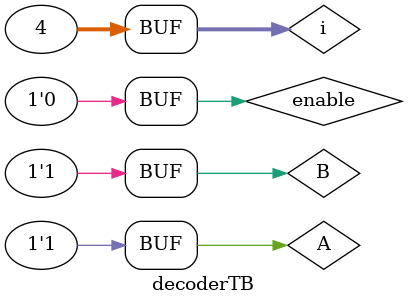
<source format=v>
module decoderDataflow(
  output [3:0] O,
  input A, B, enable
  );
  
  assign O[0] = ~(~A & ~B & ~enable);
  assign O[1] = ~(~A &  B & ~enable);
  assign O[2] = ~( A & ~B & ~enable);
  assign O[3] = ~( A &  B & ~enable);
  
endmodule


module decoderBehavioural(
  output reg [3:0] O,
  input A, B, enable
  );
  
  always @ (A or B)
  begin    
    O =4'b1111;
    case({A, B})
      2'b00: O[0] =  0;
      2'b01: O[1] =  0;
      2'b10: O[2] =  0;
      2'b11: O[3] =  0;
    endcase
  end
  
endmodule


module decoderGateLevel(
  output [3:0] O,
  input A, B, enable
  );
  
  wire notA, notB, notEnable;
  
  not
    n1 (notA, A),
    n2 (notB, B),
    n3 (notEnable,enable);
  nand
    n4 (O[0], notA, notB, notEnable),
    n5 (O[1], notA,    B, notEnable),
    n6 (O[2],    A, notB, notEnable),
    n7 (O[3],    A,    B, notEnable); 
  
endmodule


module decoderTB;
  wire [3:0] O;
  reg A, B, enable;
  
  decoderGateLevel d1(O, A, B, enable);
  
  integer i;
  
  initial begin
    enable = 1'b0;
    for(i = 0; i < 4; i = i + 1) begin
      {A, B} = i;
      #50 ;
    end
  end
endmodule
</source>
